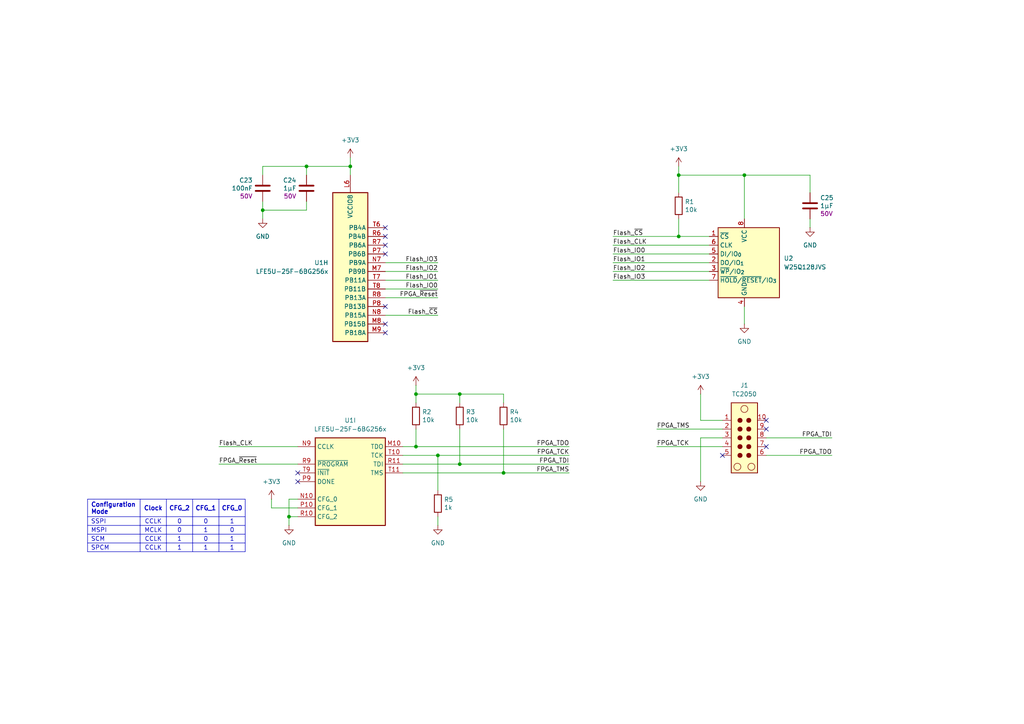
<source format=kicad_sch>
(kicad_sch (version 20250114) (generator "eeschema") (generator_version "9.0")
  (paper "A4")
  (lib_symbols
    (symbol "Connector:TC2050" (in_bom no)
      (property "Reference" "J" (at 1.27 11.43 0))
      (property "Value" "TC2050" (at 1.27 -11.43 0))
      (symbol "TC2050_1_1"
        (rectangle (start -2.54 10.16) (end 5.08 -10.16) (stroke (width 0.254)) (fill (type background)))
        (circle (center -0.762 -8.382) (radius 1.016))
        (circle (center 0 5.08) (radius 0.635) (fill (type outline)))
        (circle (center 0 2.54) (radius 0.635) (fill (type outline)))
        (circle (center 0 0) (radius 0.635) (fill (type outline)))
        (circle (center 0 -2.54) (radius 0.635) (fill (type outline)))
        (circle (center 0 -5.08) (radius 0.635) (fill (type outline)))
        (circle (center 1.27 8.382) (radius 1.016))
        (circle (center 2.54 5.08) (radius 0.635) (fill (type outline)))
        (circle (center 2.54 2.54) (radius 0.635) (fill (type outline)))
        (circle (center 2.54 0) (radius 0.635) (fill (type outline)))
        (circle (center 2.54 -2.54) (radius 0.635) (fill (type outline)))
        (circle (center 2.54 -5.08) (radius 0.635) (fill (type outline)))
        (circle (center 3.302 -8.382) (radius 1.016))
        (pin passive line (at -5.08 5.08 0) (length 2.54) (name "~") (number "1"))
        (pin passive line (at -5.08 2.54 0) (length 2.54) (name "~") (number "2"))
        (pin passive line (at -5.08 0 0) (length 2.54) (name "~") (number "3"))
        (pin passive line (at -5.08 -2.54 0) (length 2.54) (name "~") (number "4"))
        (pin passive line (at -5.08 -5.08 0) (length 2.54) (name "~") (number "5"))
        (pin passive line (at 7.62 5.08 180) (length 2.54) (name "~") (number "10"))
        (pin passive line (at 7.62 2.54 180) (length 2.54) (name "~") (number "9"))
        (pin passive line (at 7.62 0 180) (length 2.54) (name "~") (number "8"))
        (pin passive line (at 7.62 -2.54 180) (length 2.54) (name "~") (number "7"))
        (pin passive line (at 7.62 -5.08 180) (length 2.54) (name "~") (number "6"))
      )
    )
    (symbol "Device:C" (pin_numbers (hide yes)) (pin_names (offset 0.254))
      (property "Reference" "C" (at 0.635 2.54 0))
      (property "Value" "C" (at 0.635 -2.54 0))
      (symbol "C_0_1"
        (polyline (pts (xy -2.032 0.762) (xy 2.032 0.762)) (stroke (width 0.508)))
        (polyline (pts (xy -2.032 -0.762) (xy 2.032 -0.762)) (stroke (width 0.508)))
      )
      (symbol "C_1_1"
        (pin passive line (at 0 3.81 270) (length 2.794) (name "~") (number "1"))
        (pin passive line (at 0 -3.81 90) (length 2.794) (name "~") (number "2"))
      )
    )
    (symbol "Device:R" (pin_numbers (hide yes)) (pin_names (offset 0))
      (property "Reference" "R" (at 2.032 0 90))
      (property "Value" "R" (at 0 0 90))
      (symbol "R_0_1"
        (rectangle (start -1.016 -2.54) (end 1.016 2.54) (stroke (width 0.254)))
      )
      (symbol "R_1_1"
        (pin passive line (at 0 3.81 270) (length 1.27) (name "~") (number "1"))
        (pin passive line (at 0 -3.81 90) (length 1.27) (name "~") (number "2"))
      )
    )
    (symbol "Memory_Flash:W25Q128JVS"
      (property "Reference" "U" (at -6.35 11.43 0))
      (property "Value" "W25Q128JVS" (at 7.62 11.43 0))
      (symbol "W25Q128JVS_0_1"
        (rectangle (start -7.62 10.16) (end 10.16 -10.16) (stroke (width 0.254)) (fill (type background)))
      )
      (symbol "W25Q128JVS_1_1"
        (pin input line (at -10.16 7.62 0) (length 2.54) (name "~{CS}") (number "1"))
        (pin input line (at -10.16 5.08 0) (length 2.54) (name "CLK") (number "6"))
        (pin bidirectional line (at -10.16 2.54 0) (length 2.54) (name "DI/IO_{0}") (number "5"))
        (pin bidirectional line (at -10.16 0 0) (length 2.54) (name "DO/IO_{1}") (number "2"))
        (pin bidirectional line (at -10.16 -2.54 0) (length 2.54) (name "~{WP}/IO_{2}") (number "3"))
        (pin bidirectional line (at -10.16 -5.08 0) (length 2.54) (name "~{HOLD}/~{RESET}/IO_{3}") (number "7"))
        (pin power_in line (at 0 12.7 270) (length 2.54) (name "VCC") (number "8"))
        (pin power_in line (at 0 -12.7 90) (length 2.54) (name "GND") (number "4"))
      )
    )
    (symbol "clavier:LFE5U-25F-6BG256x"
      (property "Reference" "U" (at 24.13 0 0))
      (property "Value" "LFE5U-25F-6BG256x" (at 24.13 -2.54 0))
      (symbol "LFE5U-25F-6BG256x_1_1"
        (rectangle (start -25.4 10.16) (end 25.4 -10.16) (stroke (width 0.3048)) (fill (type background)))
        (pin passive line (at 0 15.24 270) (length 5.08) (hide yes) (name "VCC") (number "G6"))
        (pin passive line (at 0 15.24 270) (length 5.08) (hide yes) (name "VCC") (number "G7"))
        (pin passive line (at 0 15.24 270) (length 5.08) (hide yes) (name "VCC") (number "G9"))
        (pin power_in line (at 0 15.24 270) (length 5.08) (name "VCC") (number "L10"))
        (pin passive line (at 0 15.24 270) (length 5.08) (hide yes) (name "VCC") (number "L8"))
        (pin passive line (at 0 15.24 270) (length 5.08) (hide yes) (name "VCC") (number "L9"))
        (pin passive line (at 0 -15.24 90) (length 5.08) (hide yes) (name "GND") (number "A1"))
        (pin passive line (at 0 -15.24 90) (length 5.08) (hide yes) (name "GND") (number "A16"))
        (pin passive line (at 0 -15.24 90) (length 5.08) (hide yes) (name "GND") (number "D15"))
        (pin power_in line (at 0 -15.24 90) (length 5.08) (name "GND") (number "D2"))
        (pin passive line (at 0 -15.24 90) (length 5.08) (hide yes) (name "GND") (number "F8"))
        (pin passive line (at 0 -15.24 90) (length 5.08) (hide yes) (name "GND") (number "F9"))
        (pin passive line (at 0 -15.24 90) (length 5.08) (hide yes) (name "GND") (number "G10"))
        (pin passive line (at 0 -15.24 90) (length 5.08) (hide yes) (name "GND") (number "G8"))
        (pin passive line (at 0 -15.24 90) (length 5.08) (hide yes) (name "GND") (number "H1"))
        (pin passive line (at 0 -15.24 90) (length 5.08) (hide yes) (name "GND") (number "H10"))
        (pin passive line (at 0 -15.24 90) (length 5.08) (hide yes) (name "GND") (number "H16"))
        (pin passive line (at 0 -15.24 90) (length 5.08) (hide yes) (name "GND") (number "H8"))
        (pin passive line (at 0 -15.24 90) (length 5.08) (hide yes) (name "GND") (number "H9"))
        (pin passive line (at 0 -15.24 90) (length 5.08) (hide yes) (name "GND") (number "J10"))
        (pin passive line (at 0 -15.24 90) (length 5.08) (hide yes) (name "GND") (number "J8"))
        (pin passive line (at 0 -15.24 90) (length 5.08) (hide yes) (name "GND") (number "J9"))
        (pin passive line (at 0 -15.24 90) (length 5.08) (hide yes) (name "GND") (number "K10"))
        (pin passive line (at 0 -15.24 90) (length 5.08) (hide yes) (name "GND") (number "K6"))
        (pin passive line (at 0 -15.24 90) (length 5.08) (hide yes) (name "GND") (number "K7"))
        (pin passive line (at 0 -15.24 90) (length 5.08) (hide yes) (name "GND") (number "K8"))
        (pin passive line (at 0 -15.24 90) (length 5.08) (hide yes) (name "GND") (number "K9"))
        (pin passive line (at 0 -15.24 90) (length 5.08) (hide yes) (name "GND") (number "N15"))
        (pin passive line (at 0 -15.24 90) (length 5.08) (hide yes) (name "GND") (number "N2"))
        (pin passive line (at 0 -15.24 90) (length 5.08) (hide yes) (name "GND") (number "T1"))
        (pin passive line (at 0 -15.24 90) (length 5.08) (hide yes) (name "GND") (number "T12"))
        (pin passive line (at 0 -15.24 90) (length 5.08) (hide yes) (name "GND") (number "T16"))
        (pin passive line (at 0 -15.24 90) (length 5.08) (hide yes) (name "GND") (number "T5"))
        (pin passive line (at 12.7 15.24 270) (length 5.08) (hide yes) (name "VCCAUX") (number "G11"))
        (pin power_in line (at 12.7 15.24 270) (length 5.08) (name "VCCAUX") (number "L7"))
      )
      (symbol "LFE5U-25F-6BG256x_2_1"
        (rectangle (start -5.08 35.56) (end 5.08 -35.56) (stroke (width 0.3048)) (fill (type background)))
        (pin bidirectional line (at -10.16 25.4 0) (length 5.08) (name "PT4A") (number "A2"))
        (pin bidirectional line (at -10.16 22.86 0) (length 5.08) (name "PT4B") (number "B3"))
        (pin bidirectional line (at -10.16 20.32 0) (length 5.08) (name "PT6A") (number "A3"))
        (pin bidirectional line (at -10.16 17.78 0) (length 5.08) (name "PT6B") (number "A4"))
        (pin bidirectional line (at -10.16 15.24 0) (length 5.08) (name "PT9A") (number "E4"))
        (pin bidirectional line (at -10.16 12.7 0) (length 5.08) (name "PT9B") (number "D4"))
        (pin bidirectional line (at -10.16 10.16 0) (length 5.08) (name "PT11A") (number "C4"))
        (pin bidirectional line (at -10.16 7.62 0) (length 5.08) (name "PT11B") (number "B4"))
        (pin bidirectional line (at -10.16 5.08 0) (length 5.08) (name "PT13A") (number "E5"))
        (pin bidirectional line (at -10.16 2.54 0) (length 5.08) (name "PT13B") (number "D5"))
        (pin bidirectional line (at -10.16 0 0) (length 5.08) (name "PT15A") (number "C5"))
        (pin bidirectional line (at -10.16 -2.54 0) (length 5.08) (name "PT15B") (number "B5"))
        (pin bidirectional line (at -10.16 -5.08 0) (length 5.08) (name "PT18A") (number "A5"))
        (pin bidirectional line (at -10.16 -7.62 0) (length 5.08) (name "PT18B") (number "A6"))
        (pin bidirectional line (at -10.16 -10.16 0) (length 5.08) (name "PT20A") (number "E6"))
        (pin bidirectional line (at -10.16 -12.7 0) (length 5.08) (name "PT20B") (number "D6"))
        (pin bidirectional line (at -10.16 -15.24 0) (length 5.08) (name "PT22A") (number "C6"))
        (pin bidirectional line (at -10.16 -17.78 0) (length 5.08) (name "PT22B") (number "B6"))
        (pin bidirectional line (at -10.16 -20.32 0) (length 5.08) (name "PT24A") (number "E7"))
        (pin bidirectional line (at -10.16 -22.86 0) (length 5.08) (name "PT24B") (number "D7"))
        (pin bidirectional line (at -10.16 -25.4 0) (length 5.08) (name "PT27A") (number "C7"))
        (pin bidirectional line (at -10.16 -27.94 0) (length 5.08) (name "PT27B") (number "B7"))
        (pin bidirectional line (at -10.16 -30.48 0) (length 5.08) (name "PT29A") (number "A7"))
        (pin bidirectional line (at -10.16 -33.02 0) (length 5.08) (name "PT29B") (number "A8"))
        (pin passive line (at 0 40.64 270) (length 5.08) (hide yes) (name "VCCIO0") (number "F6"))
        (pin power_in line (at 0 40.64 270) (length 5.08) (name "VCCIO0") (number "F7"))
      )
      (symbol "LFE5U-25F-6BG256x_3_1"
        (rectangle (start -5.08 45.72) (end 5.08 -45.72) (stroke (width 0.3048)) (fill (type background)))
        (pin bidirectional line (at -10.16 35.56 0) (length 5.08) (name "PT33A") (number "E8"))
        (pin bidirectional line (at -10.16 33.02 0) (length 5.08) (name "PT33B") (number "D8"))
        (pin bidirectional line (at -10.16 30.48 0) (length 5.08) (name "PT35A") (number "C8"))
        (pin bidirectional line (at -10.16 27.94 0) (length 5.08) (name "PT35B") (number "B8"))
        (pin bidirectional line (at -10.16 25.4 0) (length 5.08) (name "PT38A") (number "B9"))
        (pin bidirectional line (at -10.16 22.86 0) (length 5.08) (name "PT38B") (number "C9"))
        (pin bidirectional line (at -10.16 20.32 0) (length 5.08) (name "PT40A") (number "D9"))
        (pin bidirectional line (at -10.16 17.78 0) (length 5.08) (name "PT40B") (number "E9"))
        (pin bidirectional line (at -10.16 15.24 0) (length 5.08) (name "PT42A") (number "A9"))
        (pin bidirectional line (at -10.16 12.7 0) (length 5.08) (name "PT42B") (number "A10"))
        (pin bidirectional line (at -10.16 10.16 0) (length 5.08) (name "PT44A") (number "B10"))
        (pin bidirectional line (at -10.16 7.62 0) (length 5.08) (name "PT44B") (number "C10"))
        (pin bidirectional line (at -10.16 5.08 0) (length 5.08) (name "PT47A") (number "D10"))
        (pin bidirectional line (at -10.16 2.54 0) (length 5.08) (name "PT47B") (number "E10"))
        (pin bidirectional line (at -10.16 0 0) (length 5.08) (name "PT49A") (number "B11"))
        (pin bidirectional line (at -10.16 -2.54 0) (length 5.08) (name "PT49B") (number "C11"))
        (pin bidirectional line (at -10.16 -5.08 0) (length 5.08) (name "PT51A") (number "D11"))
        (pin bidirectional line (at -10.16 -7.62 0) (length 5.08) (name "PT51B") (number "E11"))
        (pin bidirectional line (at -10.16 -10.16 0) (length 5.08) (name "PT53A") (number "A11"))
        (pin bidirectional line (at -10.16 -12.7 0) (length 5.08) (name "PT53B") (number "A12"))
        (pin bidirectional line (at -10.16 -15.24 0) (length 5.08) (name "PT56A") (number "B12"))
        (pin bidirectional line (at -10.16 -17.78 0) (length 5.08) (name "PT56B") (number "C12"))
        (pin bidirectional line (at -10.16 -20.32 0) (length 5.08) (name "PT58A") (number "D12"))
        (pin bidirectional line (at -10.16 -22.86 0) (length 5.08) (name "PT58B") (number "E12"))
        (pin bidirectional line (at -10.16 -25.4 0) (length 5.08) (name "PT60A") (number "B13"))
        (pin bidirectional line (at -10.16 -27.94 0) (length 5.08) (name "PT60B") (number "C13"))
        (pin bidirectional line (at -10.16 -30.48 0) (length 5.08) (name "PT62A") (number "D13"))
        (pin bidirectional line (at -10.16 -33.02 0) (length 5.08) (name "PT62B") (number "E13"))
        (pin bidirectional line (at -10.16 -35.56 0) (length 5.08) (name "PT65A") (number "A13"))
        (pin bidirectional line (at -10.16 -38.1 0) (length 5.08) (name "PT65B") (number "A14"))
        (pin bidirectional line (at -10.16 -40.64 0) (length 5.08) (name "PT67A") (number "B14"))
        (pin bidirectional line (at -10.16 -43.18 0) (length 5.08) (name "PT67B") (number "A15"))
        (pin passive line (at 0 50.8 270) (length 5.08) (hide yes) (name "VCCIO1") (number "F10"))
        (pin power_in line (at 0 50.8 270) (length 5.08) (name "VCCIO1") (number "F11"))
      )
      (symbol "LFE5U-25F-6BG256x_4_1"
        (rectangle (start -5.08 45.72) (end 5.08 -45.72) (stroke (width 0.3048)) (fill (type background)))
        (pin bidirectional line (at -10.16 35.56 0) (length 5.08) (name "PR2A") (number "B16"))
        (pin bidirectional line (at -10.16 33.02 0) (length 5.08) (name "PR2B") (number "B15"))
        (pin bidirectional line (at -10.16 30.48 0) (length 5.08) (name "PR2C") (number "C14"))
        (pin bidirectional line (at -10.16 27.94 0) (length 5.08) (name "PR2D") (number "D14"))
        (pin bidirectional line (at -10.16 25.4 0) (length 5.08) (name "PR5A") (number "C16"))
        (pin bidirectional line (at -10.16 22.86 0) (length 5.08) (name "PR5B") (number "C15"))
        (pin bidirectional line (at -10.16 20.32 0) (length 5.08) (name "PR5C") (number "E14"))
        (pin bidirectional line (at -10.16 17.78 0) (length 5.08) (name "PR5D") (number "F14"))
        (pin bidirectional line (at -10.16 15.24 0) (length 5.08) (name "PR8A") (number "D16"))
        (pin bidirectional line (at -10.16 12.7 0) (length 5.08) (name "PR8B") (number "E15"))
        (pin bidirectional line (at -10.16 10.16 0) (length 5.08) (name "PR8C") (number "F13"))
        (pin bidirectional line (at -10.16 7.62 0) (length 5.08) (name "PR8D") (number "F12"))
        (pin bidirectional line (at -10.16 5.08 0) (length 5.08) (name "PR11A") (number "G12"))
        (pin bidirectional line (at -10.16 2.54 0) (length 5.08) (name "PR11B") (number "G13"))
        (pin bidirectional line (at -10.16 0 0) (length 5.08) (name "PR11C") (number "F15"))
        (pin bidirectional line (at -10.16 -2.54 0) (length 5.08) (name "PR11D") (number "E16"))
        (pin bidirectional line (at -10.16 -5.08 0) (length 5.08) (name "PR14A") (number "F16"))
        (pin bidirectional line (at -10.16 -7.62 0) (length 5.08) (name "PR14B") (number "G15"))
        (pin bidirectional line (at -10.16 -10.16 0) (length 5.08) (name "PR14C") (number "G14"))
        (pin bidirectional line (at -10.16 -12.7 0) (length 5.08) (name "PR14D") (number "H14"))
        (pin bidirectional line (at -10.16 -15.24 0) (length 5.08) (name "PR17A") (number "H12"))
        (pin bidirectional line (at -10.16 -17.78 0) (length 5.08) (name "PR17B") (number "H13"))
        (pin bidirectional line (at -10.16 -20.32 0) (length 5.08) (name "PR17C") (number "J13"))
        (pin bidirectional line (at -10.16 -22.86 0) (length 5.08) (name "PR17D") (number "J12"))
        (pin bidirectional line (at -10.16 -25.4 0) (length 5.08) (name "PR20A") (number "G16"))
        (pin bidirectional line (at -10.16 -27.94 0) (length 5.08) (name "PR20B") (number "H15"))
        (pin bidirectional line (at -10.16 -30.48 0) (length 5.08) (name "PR20C") (number "J14"))
        (pin bidirectional line (at -10.16 -33.02 0) (length 5.08) (name "PR20D") (number "K14"))
        (pin bidirectional line (at -10.16 -35.56 0) (length 5.08) (name "PR23A") (number "J16"))
        (pin bidirectional line (at -10.16 -38.1 0) (length 5.08) (name "PR23B") (number "J15"))
        (pin bidirectional line (at -10.16 -40.64 0) (length 5.08) (name "PR23C") (number "K16"))
        (pin bidirectional line (at -10.16 -43.18 0) (length 5.08) (name "PR23D") (number "K15"))
        (pin power_in line (at 0 50.8 270) (length 5.08) (name "VCCIO2") (number "H11"))
        (pin passive line (at 0 50.8 270) (length 5.08) (hide yes) (name "VCCIO2") (number "J11"))
      )
      (symbol "LFE5U-25F-6BG256x_5_1"
        (rectangle (start -5.08 45.72) (end 5.08 -45.72) (stroke (width 0.3048)) (fill (type background)))
        (pin bidirectional line (at -10.16 35.56 0) (length 5.08) (name "PR26A") (number "L16"))
        (pin bidirectional line (at -10.16 33.02 0) (length 5.08) (name "PR26B") (number "L15"))
        (pin bidirectional line (at -10.16 30.48 0) (length 5.08) (name "PR26C") (number "M16"))
        (pin bidirectional line (at -10.16 27.94 0) (length 5.08) (name "PR26D") (number "M15"))
        (pin bidirectional line (at -10.16 25.4 0) (length 5.08) (name "PR29A") (number "K13"))
        (pin bidirectional line (at -10.16 22.86 0) (length 5.08) (name "PR29B") (number "K12"))
        (pin bidirectional line (at -10.16 20.32 0) (length 5.08) (name "PR29C") (number "L13"))
        (pin bidirectional line (at -10.16 17.78 0) (length 5.08) (name "PR29D") (number "L12"))
        (pin bidirectional line (at -10.16 15.24 0) (length 5.08) (name "PR32A") (number "N16"))
        (pin bidirectional line (at -10.16 12.7 0) (length 5.08) (name "PR32B") (number "P15"))
        (pin bidirectional line (at -10.16 10.16 0) (length 5.08) (name "PR32C") (number "L14"))
        (pin bidirectional line (at -10.16 7.62 0) (length 5.08) (name "PR32D") (number "M14"))
        (pin bidirectional line (at -10.16 5.08 0) (length 5.08) (name "PR35A") (number "P16"))
        (pin bidirectional line (at -10.16 2.54 0) (length 5.08) (name "PR35B") (number "R16"))
        (pin bidirectional line (at -10.16 0 0) (length 5.08) (name "PR35C") (number "M13"))
        (pin bidirectional line (at -10.16 -2.54 0) (length 5.08) (name "PR35D") (number "N14"))
        (pin bidirectional line (at -10.16 -5.08 0) (length 5.08) (name "PR38A") (number "N13"))
        (pin bidirectional line (at -10.16 -7.62 0) (length 5.08) (name "PR38B") (number "P14"))
        (pin bidirectional line (at -10.16 -10.16 0) (length 5.08) (name "PR38C") (number "R15"))
        (pin bidirectional line (at -10.16 -12.7 0) (length 5.08) (name "PR38D") (number "T15"))
        (pin bidirectional line (at -10.16 -15.24 0) (length 5.08) (name "PR41A") (number "P13"))
        (pin bidirectional line (at -10.16 -17.78 0) (length 5.08) (name "PR41B") (number "R14"))
        (pin bidirectional line (at -10.16 -20.32 0) (length 5.08) (name "PR41C") (number "R13"))
        (pin bidirectional line (at -10.16 -22.86 0) (length 5.08) (name "PR41D") (number "T14"))
        (pin bidirectional line (at -10.16 -25.4 0) (length 5.08) (name "PR44A") (number "R12"))
        (pin bidirectional line (at -10.16 -27.94 0) (length 5.08) (name "PR44B") (number "T13"))
        (pin bidirectional line (at -10.16 -30.48 0) (length 5.08) (name "PR44C") (number "M12"))
        (pin bidirectional line (at -10.16 -33.02 0) (length 5.08) (name "PR44D") (number "N12"))
        (pin bidirectional line (at -10.16 -35.56 0) (length 5.08) (name "PR47A") (number "M11"))
        (pin bidirectional line (at -10.16 -38.1 0) (length 5.08) (name "PR47B") (number "N11"))
        (pin bidirectional line (at -10.16 -40.64 0) (length 5.08) (name "PR47C") (number "P11"))
        (pin bidirectional line (at -10.16 -43.18 0) (length 5.08) (name "PR47D") (number "P12"))
        (pin passive line (at 0 50.8 270) (length 5.08) (hide yes) (name "VCCIO3") (number "K11"))
        (pin power_in line (at 0 50.8 270) (length 5.08) (name "VCCIO3") (number "L11"))
      )
      (symbol "LFE5U-25F-6BG256x_6_1"
        (rectangle (start -5.08 45.72) (end 5.08 -45.72) (stroke (width 0.3048)) (fill (type background)))
        (pin bidirectional line (at -10.16 35.56 0) (length 5.08) (name "PL26A") (number "L1"))
        (pin bidirectional line (at -10.16 33.02 0) (length 5.08) (name "PL26B") (number "L2"))
        (pin bidirectional line (at -10.16 30.48 0) (length 5.08) (name "PL26C") (number "M1"))
        (pin bidirectional line (at -10.16 27.94 0) (length 5.08) (name "PL26D") (number "M2"))
        (pin bidirectional line (at -10.16 25.4 0) (length 5.08) (name "PL29A") (number "K4"))
        (pin bidirectional line (at -10.16 22.86 0) (length 5.08) (name "PL29B") (number "K5"))
        (pin bidirectional line (at -10.16 20.32 0) (length 5.08) (name "PL29C") (number "L4"))
        (pin bidirectional line (at -10.16 17.78 0) (length 5.08) (name "PL29D") (number "L5"))
        (pin bidirectional line (at -10.16 15.24 0) (length 5.08) (name "PL32A") (number "N1"))
        (pin bidirectional line (at -10.16 12.7 0) (length 5.08) (name "PL32B") (number "P2"))
        (pin bidirectional line (at -10.16 10.16 0) (length 5.08) (name "PL32C") (number "L3"))
        (pin bidirectional line (at -10.16 7.62 0) (length 5.08) (name "PL32D") (number "M3"))
        (pin bidirectional line (at -10.16 5.08 0) (length 5.08) (name "PL35A") (number "P1"))
        (pin bidirectional line (at -10.16 2.54 0) (length 5.08) (name "PL35B") (number "R1"))
        (pin bidirectional line (at -10.16 0 0) (length 5.08) (name "PL35C") (number "M4"))
        (pin bidirectional line (at -10.16 -2.54 0) (length 5.08) (name "PL35D") (number "N3"))
        (pin bidirectional line (at -10.16 -5.08 0) (length 5.08) (name "PL38A") (number "N4"))
        (pin bidirectional line (at -10.16 -7.62 0) (length 5.08) (name "PL38B") (number "P3"))
        (pin bidirectional line (at -10.16 -10.16 0) (length 5.08) (name "PL38C") (number "R2"))
        (pin bidirectional line (at -10.16 -12.7 0) (length 5.08) (name "PL38D") (number "T2"))
        (pin bidirectional line (at -10.16 -15.24 0) (length 5.08) (name "PL41A") (number "P4"))
        (pin bidirectional line (at -10.16 -17.78 0) (length 5.08) (name "PL41B") (number "R3"))
        (pin bidirectional line (at -10.16 -20.32 0) (length 5.08) (name "PL41C") (number "R4"))
        (pin bidirectional line (at -10.16 -22.86 0) (length 5.08) (name "PL41D") (number "T3"))
        (pin bidirectional line (at -10.16 -25.4 0) (length 5.08) (name "PL44A") (number "R5"))
        (pin bidirectional line (at -10.16 -27.94 0) (length 5.08) (name "PL44B") (number "T4"))
        (pin bidirectional line (at -10.16 -30.48 0) (length 5.08) (name "PL44C") (number "M5"))
        (pin bidirectional line (at -10.16 -33.02 0) (length 5.08) (name "PL44D") (number "N5"))
        (pin bidirectional line (at -10.16 -35.56 0) (length 5.08) (name "PL47A") (number "M6"))
        (pin bidirectional line (at -10.16 -38.1 0) (length 5.08) (name "PL47B") (number "N6"))
        (pin bidirectional line (at -10.16 -40.64 0) (length 5.08) (name "PL47C") (number "P6"))
        (pin bidirectional line (at -10.16 -43.18 0) (length 5.08) (name "PL47D") (number "P5"))
        (pin passive line (at 0 50.8 270) (length 5.08) (hide yes) (name "VCCIO6") (number "J6"))
        (pin power_in line (at 0 50.8 270) (length 5.08) (name "VCCIO6") (number "J7"))
      )
      (symbol "LFE5U-25F-6BG256x_7_1"
        (rectangle (start -5.08 45.72) (end 5.08 -45.72) (stroke (width 0.3048)) (fill (type background)))
        (pin bidirectional line (at -10.16 35.56 0) (length 5.08) (name "PL2A") (number "B1"))
        (pin bidirectional line (at -10.16 33.02 0) (length 5.08) (name "PL2B") (number "B2"))
        (pin bidirectional line (at -10.16 30.48 0) (length 5.08) (name "PL2C") (number "C3"))
        (pin bidirectional line (at -10.16 27.94 0) (length 5.08) (name "PL2D") (number "D3"))
        (pin bidirectional line (at -10.16 25.4 0) (length 5.08) (name "PL5A") (number "C1"))
        (pin bidirectional line (at -10.16 22.86 0) (length 5.08) (name "PL5B") (number "C2"))
        (pin bidirectional line (at -10.16 20.32 0) (length 5.08) (name "PL5C") (number "E3"))
        (pin bidirectional line (at -10.16 17.78 0) (length 5.08) (name "PL5D") (number "F3"))
        (pin bidirectional line (at -10.16 15.24 0) (length 5.08) (name "PL8A") (number "D1"))
        (pin bidirectional line (at -10.16 12.7 0) (length 5.08) (name "PL8B") (number "E2"))
        (pin bidirectional line (at -10.16 10.16 0) (length 5.08) (name "PL8C") (number "F4"))
        (pin bidirectional line (at -10.16 7.62 0) (length 5.08) (name "PL8D") (number "F5"))
        (pin bidirectional line (at -10.16 5.08 0) (length 5.08) (name "PL11A") (number "G5"))
        (pin bidirectional line (at -10.16 2.54 0) (length 5.08) (name "PL11B") (number "G4"))
        (pin bidirectional line (at -10.16 0 0) (length 5.08) (name "PL11C") (number "F2"))
        (pin bidirectional line (at -10.16 -2.54 0) (length 5.08) (name "PL11D") (number "E1"))
        (pin bidirectional line (at -10.16 -5.08 0) (length 5.08) (name "PL14A") (number "F1"))
        (pin bidirectional line (at -10.16 -7.62 0) (length 5.08) (name "PL14B") (number "G2"))
        (pin bidirectional line (at -10.16 -10.16 0) (length 5.08) (name "PL14C") (number "G3"))
        (pin bidirectional line (at -10.16 -12.7 0) (length 5.08) (name "PL14D") (number "H3"))
        (pin bidirectional line (at -10.16 -15.24 0) (length 5.08) (name "PL17A") (number "H5"))
        (pin bidirectional line (at -10.16 -17.78 0) (length 5.08) (name "PL17B") (number "H4"))
        (pin bidirectional line (at -10.16 -20.32 0) (length 5.08) (name "PL17C") (number "J4"))
        (pin bidirectional line (at -10.16 -22.86 0) (length 5.08) (name "PL17D") (number "J5"))
        (pin bidirectional line (at -10.16 -25.4 0) (length 5.08) (name "PL20A") (number "G1"))
        (pin bidirectional line (at -10.16 -27.94 0) (length 5.08) (name "PL20B") (number "H2"))
        (pin bidirectional line (at -10.16 -30.48 0) (length 5.08) (name "PL20C") (number "J3"))
        (pin bidirectional line (at -10.16 -33.02 0) (length 5.08) (name "PL20D") (number "K3"))
        (pin bidirectional line (at -10.16 -35.56 0) (length 5.08) (name "PL23A") (number "J1"))
        (pin bidirectional line (at -10.16 -38.1 0) (length 5.08) (name "PL23B") (number "J2"))
        (pin bidirectional line (at -10.16 -40.64 0) (length 5.08) (name "PL23C") (number "K1"))
        (pin bidirectional line (at -10.16 -43.18 0) (length 5.08) (name "PL23D") (number "K2"))
        (pin passive line (at 0 50.8 270) (length 5.08) (hide yes) (name "VCCIO7") (number "H6"))
        (pin power_in line (at 0 50.8 270) (length 5.08) (name "VCCIO7") (number "H7"))
      )
      (symbol "LFE5U-25F-6BG256x_8_1"
        (rectangle (start -5.08 21.59) (end 5.08 -21.59) (stroke (width 0.3048)) (fill (type background)))
        (pin bidirectional line (at -10.16 11.43 0) (length 5.08) (name "PB4A") (number "T6"))
        (pin bidirectional line (at -10.16 8.89 0) (length 5.08) (name "PB4B") (number "R6"))
        (pin bidirectional line (at -10.16 6.35 0) (length 5.08) (name "PB6A") (number "R7"))
        (pin bidirectional line (at -10.16 3.81 0) (length 5.08) (name "PB6B") (number "P7"))
        (pin bidirectional line (at -10.16 1.27 0) (length 5.08) (name "PB9A") (number "N7"))
        (pin bidirectional line (at -10.16 -1.27 0) (length 5.08) (name "PB9B") (number "M7"))
        (pin bidirectional line (at -10.16 -3.81 0) (length 5.08) (name "PB11A") (number "T7"))
        (pin bidirectional line (at -10.16 -6.35 0) (length 5.08) (name "PB11B") (number "T8"))
        (pin bidirectional line (at -10.16 -8.89 0) (length 5.08) (name "PB13A") (number "R8"))
        (pin bidirectional line (at -10.16 -11.43 0) (length 5.08) (name "PB13B") (number "P8"))
        (pin bidirectional line (at -10.16 -13.97 0) (length 5.08) (name "PB15A") (number "N8"))
        (pin bidirectional line (at -10.16 -16.51 0) (length 5.08) (name "PB15B") (number "M8"))
        (pin bidirectional line (at -10.16 -19.05 0) (length 5.08) (name "PB18A") (number "M9"))
        (pin power_in line (at 0 26.67 270) (length 5.08) (name "VCCIO8") (number "L6"))
      )
      (symbol "LFE5U-25F-6BG256x_9_1"
        (rectangle (start -10.16 12.7) (end 10.16 -12.7) (stroke (width 0.3048)) (fill (type background)))
        (pin bidirectional line (at -15.24 10.16 0) (length 5.08) (name "CCLK") (number "N9"))
        (pin input line (at -15.24 5.08 0) (length 5.08) (name "~{PROGRAM}") (number "R9"))
        (pin open_collector line (at -15.24 2.54 0) (length 5.08) (name "~{INIT}") (number "T9"))
        (pin open_collector line (at -15.24 0 0) (length 5.08) (name "DONE") (number "P9"))
        (pin input line (at -15.24 -5.08 0) (length 5.08) (name "CFG_0") (number "N10"))
        (pin input line (at -15.24 -7.62 0) (length 5.08) (name "CFG_1") (number "P10"))
        (pin input line (at -15.24 -10.16 0) (length 5.08) (name "CFG_2") (number "R10"))
        (pin output line (at 15.24 10.16 180) (length 5.08) (name "TDO") (number "M10"))
        (pin input line (at 15.24 7.62 180) (length 5.08) (name "TCK") (number "T10"))
        (pin input line (at 15.24 5.08 180) (length 5.08) (name "TDI") (number "R11"))
        (pin input line (at 15.24 2.54 180) (length 5.08) (name "TMS") (number "T11"))
      )
    )
    (symbol "power:+3V3" (power) (pin_numbers (hide yes)) (pin_names (offset 0) (hide yes))
      (property "Value" "+3V3" (at 0 3.556 0))
      (symbol "+3V3_0_1"
        (polyline (pts (xy -0.762 1.27) (xy 0 2.54)))
        (polyline (pts (xy 0 2.54) (xy 0.762 1.27)))
        (polyline (pts (xy 0 0) (xy 0 2.54)))
      )
      (symbol "+3V3_1_1"
        (pin power_in line (at 0 0 90) (length 0) (name "~") (number "1"))
      )
    )
    (symbol "power:GND" (power) (pin_numbers (hide yes)) (pin_names (offset 0) (hide yes))
      (property "Value" "GND" (at 0 -3.81 0))
      (symbol "GND_0_1"
        (polyline (pts (xy 0 0) (xy 0 -1.27) (xy 1.27 -1.27) (xy 0 -2.54) (xy -1.27 -1.27) (xy 0 -1.27)))
      )
      (symbol "GND_1_1"
        (pin power_in line (at 0 0 270) (length 0) (name "~") (number "1"))
      )
    )
  )
  (junction (at 215.9 50.8))
  (junction (at 120.65 129.54))
  (junction (at 120.65 114.3))
  (junction (at 127 132.08))
  (junction (at 196.85 68.58))
  (junction (at 146.05 137.16))
  (junction (at 76.2 60.96))
  (junction (at 133.35 134.62))
  (junction (at 196.85 50.8))
  (junction (at 133.35 114.3))
  (junction (at 88.9 48.26))
  (junction (at 101.6 48.26))
  (junction (at 83.82 149.86))
  (no_connect (at 86.36 137.16))
  (no_connect (at 222.25 121.92))
  (no_connect (at 111.76 93.98))
  (no_connect (at 111.76 88.9))
  (no_connect (at 111.76 66.04))
  (no_connect (at 111.76 73.66))
  (no_connect (at 86.36 139.7))
  (no_connect (at 111.76 71.12))
  (no_connect (at 111.76 68.58))
  (no_connect (at 111.76 96.52))
  (no_connect (at 222.25 129.54))
  (no_connect (at 222.25 124.46))
  (no_connect (at 209.55 132.08))
  (wire (pts (xy 133.35 114.3) (xy 120.65 114.3)))
  (wire (pts (xy 127 132.08) (xy 127 142.24)))
  (wire (pts (xy 222.25 127) (xy 241.3 127)))
  (wire (pts (xy 127 83.82) (xy 111.76 83.82)))
  (wire (pts (xy 177.8 68.58) (xy 196.85 68.58)))
  (wire (pts (xy 120.65 111.76) (xy 120.65 114.3)))
  (wire (pts (xy 177.8 71.12) (xy 205.74 71.12)))
  (wire (pts (xy 133.35 124.46) (xy 133.35 134.62)))
  (wire (pts (xy 127 76.2) (xy 111.76 76.2)))
  (wire (pts (xy 133.35 114.3) (xy 133.35 116.84)))
  (wire (pts (xy 146.05 116.84) (xy 146.05 114.3)))
  (wire (pts (xy 196.85 63.5) (xy 196.85 68.58)))
  (wire (pts (xy 234.95 66.04) (xy 234.95 63.5)))
  (wire (pts (xy 127 78.74) (xy 111.76 78.74)))
  (wire (pts (xy 101.6 45.72) (xy 101.6 48.26)))
  (wire (pts (xy 120.65 129.54) (xy 165.1 129.54)))
  (wire (pts (xy 83.82 149.86) (xy 83.82 152.4)))
  (wire (pts (xy 146.05 137.16) (xy 165.1 137.16)))
  (wire (pts (xy 76.2 48.26) (xy 88.9 48.26)))
  (wire (pts (xy 203.2 114.3) (xy 203.2 121.92)))
  (wire (pts (xy 177.8 73.66) (xy 205.74 73.66)))
  (wire (pts (xy 116.84 129.54) (xy 120.65 129.54)))
  (wire (pts (xy 133.35 134.62) (xy 165.1 134.62)))
  (wire (pts (xy 76.2 50.8) (xy 76.2 48.26)))
  (wire (pts (xy 120.65 124.46) (xy 120.65 129.54)))
  (wire (pts (xy 177.8 76.2) (xy 205.74 76.2)))
  (wire (pts (xy 116.84 137.16) (xy 146.05 137.16)))
  (wire (pts (xy 190.5 124.46) (xy 209.55 124.46)))
  (wire (pts (xy 209.55 127) (xy 203.2 127)))
  (wire (pts (xy 196.85 48.26) (xy 196.85 50.8)))
  (wire (pts (xy 215.9 50.8) (xy 215.9 63.5)))
  (wire (pts (xy 116.84 132.08) (xy 127 132.08)))
  (wire (pts (xy 222.25 132.08) (xy 241.3 132.08)))
  (wire (pts (xy 127 81.28) (xy 111.76 81.28)))
  (wire (pts (xy 116.84 134.62) (xy 133.35 134.62)))
  (wire (pts (xy 78.74 147.32) (xy 86.36 147.32)))
  (wire (pts (xy 234.95 55.88) (xy 234.95 50.8)))
  (wire (pts (xy 203.2 127) (xy 203.2 139.7)))
  (wire (pts (xy 76.2 60.96) (xy 76.2 58.42)))
  (wire (pts (xy 88.9 60.96) (xy 76.2 60.96)))
  (wire (pts (xy 86.36 144.78) (xy 83.82 144.78)))
  (wire (pts (xy 63.5 129.54) (xy 86.36 129.54)))
  (wire (pts (xy 215.9 50.8) (xy 234.95 50.8)))
  (wire (pts (xy 146.05 124.46) (xy 146.05 137.16)))
  (wire (pts (xy 190.5 129.54) (xy 209.55 129.54)))
  (wire (pts (xy 196.85 55.88) (xy 196.85 50.8)))
  (wire (pts (xy 196.85 68.58) (xy 205.74 68.58)))
  (wire (pts (xy 127 149.86) (xy 127 152.4)))
  (wire (pts (xy 88.9 48.26) (xy 101.6 48.26)))
  (wire (pts (xy 120.65 114.3) (xy 120.65 116.84)))
  (wire (pts (xy 83.82 144.78) (xy 83.82 149.86)))
  (wire (pts (xy 215.9 88.9) (xy 215.9 93.98)))
  (wire (pts (xy 63.5 134.62) (xy 86.36 134.62)))
  (wire (pts (xy 127 86.36) (xy 111.76 86.36)))
  (wire (pts (xy 177.8 78.74) (xy 205.74 78.74)))
  (wire (pts (xy 101.6 48.26) (xy 101.6 50.8)))
  (wire (pts (xy 78.74 144.78) (xy 78.74 147.32)))
  (wire (pts (xy 76.2 60.96) (xy 76.2 63.5)))
  (wire (pts (xy 177.8 81.28) (xy 205.74 81.28)))
  (wire (pts (xy 146.05 114.3) (xy 133.35 114.3)))
  (wire (pts (xy 88.9 50.8) (xy 88.9 48.26)))
  (wire (pts (xy 88.9 58.42) (xy 88.9 60.96)))
  (wire (pts (xy 86.36 149.86) (xy 83.82 149.86)))
  (wire (pts (xy 127 132.08) (xy 165.1 132.08)))
  (wire (pts (xy 209.55 121.92) (xy 203.2 121.92)))
  (wire (pts (xy 127 91.44) (xy 111.76 91.44)))
  (wire (pts (xy 196.85 50.8) (xy 215.9 50.8)))
  (table (column_count 5) (border (external yes) (header yes)) (separators (rows yes) (cols yes)) (column_widths 15.24 7.62 7.62 7.62 7.62) (row_heights 5.08 2.54 2.54 2.54 2.54) (cells (table_cell "Configuration Mode" (at 25.4 144.78 0) (size 15.24 5.08) (margins 0.9525 0.9525 0.9525 0.9525) (span 1 1)) (table_cell "Clock" (at 40.64 144.78 0) (size 7.62 5.08) (margins 0.9525 0.9525 0.9525 0.9525) (span 1 1)) (table_cell "CFG_2" (at 48.26 144.78 0) (size 7.62 5.08) (margins 0.9525 0.9525 0.9525 0.9525) (span 1 1)) (table_cell "CFG_1" (at 55.88 144.78 0) (size 7.62 5.08) (margins 0.9525 0.9525 0.9525 0.9525) (span 1 1)) (table_cell "CFG_0" (at 63.5 144.78 0) (size 7.62 5.08) (margins 0.9525 0.9525 0.9525 0.9525) (span 1 1)) (table_cell "SSPI" (at 25.4 149.86 0) (size 15.24 2.54) (margins 0.9525 0.9525 0.9525 0.9525) (span 1 1)) (table_cell "CCLK" (at 40.64 149.86 0) (size 7.62 2.54) (margins 0.9525 0.9525 0.9525 0.9525) (span 1 1)) (table_cell "0" (at 48.26 149.86 0) (size 7.62 2.54) (margins 0.9525 0.9525 0.9525 0.9525) (span 1 1)) (table_cell "0" (at 55.88 149.86 0) (size 7.62 2.54) (margins 0.9525 0.9525 0.9525 0.9525) (span 1 1)) (table_cell "1" (at 63.5 149.86 0) (size 7.62 2.54) (margins 0.9525 0.9525 0.9525 0.9525) (span 1 1)) (table_cell "MSPI" (at 25.4 152.4 0) (size 15.24 2.54) (margins 0.9525 0.9525 0.9525 0.9525) (span 1 1)) (table_cell "MCLK" (at 40.64 152.4 0) (size 7.62 2.54) (margins 0.9525 0.9525 0.9525 0.9525) (span 1 1)) (table_cell "0" (at 48.26 152.4 0) (size 7.62 2.54) (margins 0.9525 0.9525 0.9525 0.9525) (span 1 1)) (table_cell "1" (at 55.88 152.4 0) (size 7.62 2.54) (margins 0.9525 0.9525 0.9525 0.9525) (span 1 1)) (table_cell "0" (at 63.5 152.4 0) (size 7.62 2.54) (margins 0.9525 0.9525 0.9525 0.9525) (span 1 1)) (table_cell "SCM" (at 25.4 154.94 0) (size 15.24 2.54) (margins 0.9525 0.9525 0.9525 0.9525) (span 1 1)) (table_cell "CCLK" (at 40.64 154.94 0) (size 7.62 2.54) (margins 0.9525 0.9525 0.9525 0.9525) (span 1 1)) (table_cell "1" (at 48.26 154.94 0) (size 7.62 2.54) (margins 0.9525 0.9525 0.9525 0.9525) (span 1 1)) (table_cell "0" (at 55.88 154.94 0) (size 7.62 2.54) (margins 0.9525 0.9525 0.9525 0.9525) (span 1 1)) (table_cell "1" (at 63.5 154.94 0) (size 7.62 2.54) (margins 0.9525 0.9525 0.9525 0.9525) (span 1 1)) (table_cell "SPCM" (at 25.4 157.48 0) (size 15.24 2.54) (margins 0.9525 0.9525 0.9525 0.9525) (span 1 1)) (table_cell "CCLK" (at 40.64 157.48 0) (size 7.62 2.54) (margins 0.9525 0.9525 0.9525 0.9525) (span 1 1)) (table_cell "1" (at 48.26 157.48 0) (size 7.62 2.54) (margins 0.9525 0.9525 0.9525 0.9525) (span 1 1)) (table_cell "1" (at 55.88 157.48 0) (size 7.62 2.54) (margins 0.9525 0.9525 0.9525 0.9525) (span 1 1)) (table_cell "1" (at 63.5 157.48 0) (size 7.62 2.54) (margins 0.9525 0.9525 0.9525 0.9525) (span 1 1))))
  (label "Flash_CLK" (at 177.8 71.12 0))
  (label "FPGA_~{Reset}" (at 63.5 134.62 0))
  (label "FPGA_TDI" (at 241.3 127 180))
  (label "Flash_~{CS}" (at 127 91.44 180))
  (label "Flash_IO1" (at 177.8 76.2 0))
  (label "Flash_CLK" (at 63.5 129.54 0))
  (label "FPGA_TCK" (at 190.5 129.54 0))
  (label "Flash_IO2" (at 177.8 78.74 0))
  (label "Flash_IO0" (at 177.8 73.66 0))
  (label "FPGA_~{Reset}" (at 127 86.36 180))
  (label "Flash_IO3" (at 177.8 81.28 0))
  (label "FPGA_TMS" (at 165.1 137.16 180))
  (label "FPGA_TMS" (at 190.5 124.46 0))
  (label "Flash_IO0" (at 127 83.82 180))
  (label "FPGA_TDO" (at 165.1 129.54 180))
  (label "Flash_IO1" (at 127 81.28 180))
  (label "Flash_IO3" (at 127 76.2 180))
  (label "Flash_~{CS}" (at 177.8 68.58 0))
  (label "FPGA_TCK" (at 165.1 132.08 180))
  (label "FPGA_TDO" (at 241.3 132.08 180))
  (label "FPGA_TDI" (at 165.1 134.62 180))
  (label "Flash_IO2" (at 127 78.74 180))
  (symbol (lib_id "Device:R") (at 127 146.05 0) (unit 1)
    (property "Reference" "R5" (at 128.778 144.8816 0) (effects (justify left)))
    (property "Value" "1k" (at 128.778 147.193 0) (effects (justify left)))
    (property "Footprint" "Resistor_SMD:R_0603_1608Metric" (effects (hide yes)))
    (property "Datasheet" "https://www.bourns.com/docs/product-datasheets/CRxxxxx.pdf" (effects (hide yes)))
    (property "Part_number" "CR0603-FX-1001ELF" (effects (hide yes)))
  )
  (symbol (lib_id "Device:R") (at 196.85 59.69 0) (unit 1)
    (property "Reference" "R1" (at 198.628 58.5216 0) (effects (justify left)))
    (property "Value" "10k" (at 198.628 60.833 0) (effects (justify left)))
    (property "Footprint" "Resistor_SMD:R_0603_1608Metric" (effects (hide yes)))
    (property "Datasheet" "https://www.bourns.com/docs/product-datasheets/CRxxxxx.pdf" (effects (hide yes)))
    (property "Part_number" "CR0603-FX-1002ELF" (effects (hide yes)))
  )
  (symbol (lib_id "power:GND") (at 215.9 93.98 0) (unit 1)
    (property "Reference" "#PWR028" (effects (hide yes)))
    (property "Value" "GND" (at 215.9 99.06 0))
    (property "Description" "Power symbol creates a global label with name \"GND\" , ground" (effects (hide yes)))
  )
  (symbol (lib_id "power:+3V3") (at 101.6 45.72 0) (mirror y) (unit 1)
    (property "Reference" "#PWR024" (effects (hide yes)))
    (property "Value" "+3V3" (at 101.6 40.64 0))
    (property "Description" "Power symbol creates a global label with name \"+3V3\"" (effects (hide yes)))
  )
  (symbol (lib_id "Device:C") (at 234.95 59.69 0) (unit 1)
    (property "Reference" "C25" (at 237.871 57.3786 0) (effects (justify left)))
    (property "Value" "1µF" (at 237.871 59.69 0) (effects (justify left)))
    (property "Footprint" "Capacitor_SMD:C_0603_1608Metric" (effects (hide yes)))
    (property "Datasheet" "https://product.tdk.com/system/files/dam/doc/product/capacitor/ceramic/mlcc/catalog/mlcc_commercial_general_en.pdf" (effects (hide yes)))
    (property "Voltage" "50V" (at 237.871 62.0014 0) (effects (justify left)))
    (property "Part_number" "C1608X5R1H105K080AB" (effects (hide yes)))
  )
  (symbol (lib_id "power:+3V3") (at 120.65 111.76 0) (unit 1)
    (property "Reference" "#PWR029" (effects (hide yes)))
    (property "Value" "+3V3" (at 120.65 106.68 0))
    (property "Description" "Power symbol creates a global label with name \"+3V3\"" (effects (hide yes)))
  )
  (symbol (lib_id "power:GND") (at 203.2 139.7 0) (unit 1)
    (property "Reference" "#PWR031" (effects (hide yes)))
    (property "Value" "GND" (at 203.2 144.78 0))
    (property "Description" "Power symbol creates a global label with name \"GND\" , ground" (effects (hide yes)))
  )
  (symbol (lib_id "power:GND") (at 234.95 66.04 0) (unit 1)
    (property "Reference" "#PWR027" (effects (hide yes)))
    (property "Value" "GND" (at 234.95 71.12 0))
    (property "Description" "Power symbol creates a global label with name \"GND\" , ground" (effects (hide yes)))
  )
  (symbol (lib_id "Device:C") (at 76.2 54.61 0) (mirror y) (unit 1)
    (property "Reference" "C23" (at 73.279 52.2986 0) (effects (justify left)))
    (property "Value" "100nF" (at 73.279 54.61 0) (effects (justify left)))
    (property "Footprint" "Capacitor_SMD:C_0603_1608Metric" (effects (hide yes)))
    (property "Datasheet" "https://product.tdk.com/system/files/dam/doc/product/capacitor/ceramic/mlcc/catalog/mlcc_commercial_general_en.pdf" (effects (hide yes)))
    (property "Voltage" "50V" (at 73.279 56.9214 0) (effects (justify left)))
    (property "Part_number" "C1608X5R1H104K080AA" (effects (hide yes)))
  )
  (symbol (lib_id "Device:C") (at 88.9 54.61 0) (mirror y) (unit 1)
    (property "Reference" "C24" (at 85.979 52.2986 0) (effects (justify left)))
    (property "Value" "1µF" (at 85.979 54.61 0) (effects (justify left)))
    (property "Footprint" "Capacitor_SMD:C_0603_1608Metric" (effects (hide yes)))
    (property "Datasheet" "https://product.tdk.com/system/files/dam/doc/product/capacitor/ceramic/mlcc/catalog/mlcc_commercial_general_en.pdf" (effects (hide yes)))
    (property "Voltage" "50V" (at 85.979 56.9214 0) (effects (justify left)))
    (property "Part_number" "C1608X5R1H105K080AB" (effects (hide yes)))
  )
  (symbol (lib_id "power:+3V3") (at 196.85 48.26 0) (unit 1)
    (property "Reference" "#PWR025" (effects (hide yes)))
    (property "Value" "+3V3" (at 196.85 43.18 0))
    (property "Description" "Power symbol creates a global label with name \"+3V3\"" (effects (hide yes)))
  )
  (symbol (lib_id "Connector:TC2050") (at 214.63 127 0) (unit 1) (in_bom no)
    (property "Reference" "J1" (at 215.9 111.76 0))
    (property "Value" "TC2050" (at 215.9 114.3 0))
    (property "Footprint" "Connector:Tag-Connect_TC2050-IDC-NL_2x05_P1.27mm_Vertical_with_bottom_clip" (effects (hide yes)))
    (property "Datasheet" "https://www.tag-connect.com/wp-content/uploads/bsk-pdf-manager/TC2050-IDC-NL_Datasheet_8.pdf" (effects (hide yes)))
    (property "Description" "Tag-Connect’s 10-pins connector" (effects (hide yes)))
  )
  (symbol (lib_id "power:GND") (at 83.82 152.4 0) (unit 1)
    (property "Reference" "#PWR033" (effects (hide yes)))
    (property "Value" "GND" (at 83.82 157.48 0))
    (property "Description" "Power symbol creates a global label with name \"GND\" , ground" (effects (hide yes)))
  )
  (symbol (lib_id "power:GND") (at 127 152.4 0) (unit 1)
    (property "Reference" "#PWR034" (effects (hide yes)))
    (property "Value" "GND" (at 127 157.48 0))
    (property "Description" "Power symbol creates a global label with name \"GND\" , ground" (effects (hide yes)))
  )
  (symbol (lib_id "clavier:LFE5U-25F-6BG256x") (at 101.6 139.7 0) (unit 9)
    (property "Reference" "U1" (at 101.6 121.92 0))
    (property "Value" "LFE5U-25F-6BG256x" (at 101.6 124.46 0))
    (property "Datasheet" "https://www.latticesemi.com/view_document?document_id=50461" (effects (hide yes)))
    (property "Description" "ECP5 FPGA, 24K LUTs, 1.1V, BGA-256" (effects (hide yes)))
  )
  (symbol (lib_id "clavier:LFE5U-25F-6BG256x") (at 101.6 77.47 0) (mirror y) (unit 8)
    (property "Reference" "U1" (at 95.25 76.1999 0) (effects (justify left)))
    (property "Value" "LFE5U-25F-6BG256x" (at 95.25 78.7399 0) (effects (justify left)))
    (property "Datasheet" "https://www.latticesemi.com/view_document?document_id=50461" (effects (hide yes)))
    (property "Description" "ECP5 FPGA, 24K LUTs, 1.1V, BGA-256" (effects (hide yes)))
  )
  (symbol (lib_id "Device:R") (at 146.05 120.65 0) (unit 1)
    (property "Reference" "R4" (at 147.828 119.4816 0) (effects (justify left)))
    (property "Value" "10k" (at 147.828 121.793 0) (effects (justify left)))
    (property "Footprint" "Resistor_SMD:R_0603_1608Metric" (effects (hide yes)))
    (property "Datasheet" "https://www.bourns.com/docs/product-datasheets/CRxxxxx.pdf" (effects (hide yes)))
    (property "Part_number" "CR0603-FX-1002ELF" (effects (hide yes)))
  )
  (symbol (lib_id "Memory_Flash:W25Q128JVS") (at 215.9 76.2 0) (unit 1)
    (property "Reference" "U2" (at 227.33 74.9299 0) (effects (justify left)))
    (property "Value" "W25Q128JVS" (at 227.33 77.4699 0) (effects (justify left)))
    (property "Footprint" "Package_SO:SOIC-8_5.3x5.3mm_P1.27mm" (effects (hide yes)))
    (property "Datasheet" "https://www.winbond.com/resource-files/w25q128jv_dtr%20revc%2003272018%20plus.pdf" (effects (hide yes)))
    (property "Description" "128Mbit / 16MiB Serial Flash Memory, Standard/Dual/Quad SPI, 2.7-3.6V, SOIC-8" (effects (hide yes)))
  )
  (symbol (lib_id "power:+3V3") (at 78.74 144.78 0) (unit 1)
    (property "Reference" "#PWR032" (effects (hide yes)))
    (property "Value" "+3V3" (at 78.74 139.7 0))
    (property "Description" "Power symbol creates a global label with name \"+3V3\"" (effects (hide yes)))
  )
  (symbol (lib_id "Device:R") (at 133.35 120.65 0) (unit 1)
    (property "Reference" "R3" (at 135.128 119.4816 0) (effects (justify left)))
    (property "Value" "10k" (at 135.128 121.793 0) (effects (justify left)))
    (property "Footprint" "Resistor_SMD:R_0603_1608Metric" (effects (hide yes)))
    (property "Datasheet" "https://www.bourns.com/docs/product-datasheets/CRxxxxx.pdf" (effects (hide yes)))
    (property "Part_number" "CR0603-FX-1002ELF" (effects (hide yes)))
  )
  (symbol (lib_id "power:+3V3") (at 203.2 114.3 0) (unit 1)
    (property "Reference" "#PWR030" (effects (hide yes)))
    (property "Value" "+3V3" (at 203.2 109.22 0))
    (property "Description" "Power symbol creates a global label with name \"+3V3\"" (effects (hide yes)))
  )
  (symbol (lib_id "power:GND") (at 76.2 63.5 0) (mirror y) (unit 1)
    (property "Reference" "#PWR026" (effects (hide yes)))
    (property "Value" "GND" (at 76.2 68.58 0))
    (property "Description" "Power symbol creates a global label with name \"GND\" , ground" (effects (hide yes)))
  )
  (symbol (lib_id "Device:R") (at 120.65 120.65 0) (unit 1)
    (property "Reference" "R2" (at 122.428 119.4816 0) (effects (justify left)))
    (property "Value" "10k" (at 122.428 121.793 0) (effects (justify left)))
    (property "Footprint" "Resistor_SMD:R_0603_1608Metric" (effects (hide yes)))
    (property "Datasheet" "https://www.bourns.com/docs/product-datasheets/CRxxxxx.pdf" (effects (hide yes)))
    (property "Part_number" "CR0603-FX-1002ELF" (effects (hide yes)))
  )
)
</source>
